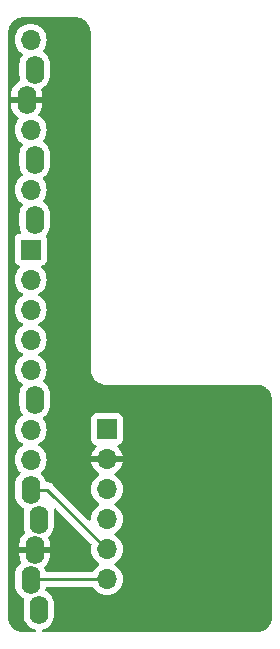
<source format=gbr>
%TF.GenerationSoftware,KiCad,Pcbnew,7.0.9*%
%TF.CreationDate,2024-01-28T12:44:50+11:00*%
%TF.ProjectId,Camera-Wing-SHIM,43616d65-7261-42d5-9769-6e672d534849,rev?*%
%TF.SameCoordinates,Original*%
%TF.FileFunction,Copper,L2,Bot*%
%TF.FilePolarity,Positive*%
%FSLAX46Y46*%
G04 Gerber Fmt 4.6, Leading zero omitted, Abs format (unit mm)*
G04 Created by KiCad (PCBNEW 7.0.9) date 2024-01-28 12:44:50*
%MOMM*%
%LPD*%
G01*
G04 APERTURE LIST*
%TA.AperFunction,ComponentPad*%
%ADD10R,1.700000X1.700000*%
%TD*%
%TA.AperFunction,ComponentPad*%
%ADD11O,1.700000X1.700000*%
%TD*%
%TA.AperFunction,ComponentPad*%
%ADD12O,1.600000X2.400000*%
%TD*%
%TA.AperFunction,Conductor*%
%ADD13C,0.250000*%
%TD*%
G04 APERTURE END LIST*
D10*
%TO.P,J3,1,Pin_1*%
%TO.N,+3V3*%
X87775000Y-112994000D03*
D11*
%TO.P,J3,2,Pin_2*%
%TO.N,GND*%
X87775000Y-115534000D03*
%TO.P,J3,3,Pin_3*%
%TO.N,/CLK*%
X87775000Y-118074000D03*
%TO.P,J3,4,Pin_4*%
%TO.N,/MISO*%
X87775000Y-120614000D03*
%TO.P,J3,5,Pin_5*%
%TO.N,/MOSI*%
X87775000Y-123154000D03*
%TO.P,J3,6,Pin_6*%
%TO.N,/CS*%
X87775000Y-125694000D03*
%TD*%
%TO.P,J1,1,Pin_1*%
%TO.N,unconnected-(J1-Pin_1-Pad1)*%
X81315000Y-80010000D03*
D12*
%TO.P,J1,2,Pin_2*%
%TO.N,unconnected-(J1-Pin_2-Pad2)*%
X81665000Y-82550000D03*
%TO.P,J1,3,Pin_3*%
%TO.N,GND*%
X80965000Y-85090000D03*
D11*
%TO.P,J1,4,Pin_4*%
%TO.N,unconnected-(J1-Pin_4-Pad4)*%
X81315000Y-87630000D03*
D12*
%TO.P,J1,5,Pin_5*%
%TO.N,+3V3*%
X81665000Y-90170000D03*
D11*
%TO.P,J1,6,Pin_6*%
%TO.N,unconnected-(J1-Pin_6-Pad6)*%
X81315000Y-92710000D03*
D12*
%TO.P,J1,7,Pin_7*%
%TO.N,unconnected-(J1-Pin_7-Pad7)*%
X81665000Y-95250000D03*
D10*
%TO.P,J1,8,Pin_8*%
%TO.N,unconnected-(J1-Pin_8-Pad8)*%
X81315000Y-97790000D03*
D11*
%TO.P,J1,9,Pin_9*%
%TO.N,unconnected-(J1-Pin_9-Pad9)*%
X81315000Y-100330000D03*
%TO.P,J1,10,Pin_10*%
%TO.N,unconnected-(J1-Pin_10-Pad10)*%
X81315000Y-102870000D03*
%TO.P,J1,11,Pin_11*%
%TO.N,unconnected-(J1-Pin_11-Pad11)*%
X81315000Y-105410000D03*
%TO.P,J1,12,Pin_12*%
%TO.N,unconnected-(J1-Pin_12-Pad12)*%
X81315000Y-107950000D03*
D12*
%TO.P,J1,13,Pin_13*%
%TO.N,unconnected-(J1-Pin_13-Pad13)*%
X81665000Y-110490000D03*
D11*
%TO.P,J1,14,Pin_14*%
%TO.N,unconnected-(J1-Pin_14-Pad14)*%
X81315000Y-113030000D03*
%TO.P,J1,15,Pin_15*%
%TO.N,unconnected-(J1-Pin_15-Pad15)*%
X81315000Y-115570000D03*
D12*
%TO.P,J1,16,Pin_16*%
%TO.N,/MOSI*%
X81315000Y-118110000D03*
%TO.P,J1,17,Pin_17*%
%TO.N,/CLK*%
X82015000Y-120650000D03*
%TO.P,J1,18,Pin_18*%
%TO.N,GND*%
X81665000Y-123190000D03*
%TO.P,J1,19,Pin_19*%
%TO.N,/CS*%
X81315000Y-125730000D03*
%TO.P,J1,20,Pin_20*%
%TO.N,/MISO*%
X82015000Y-128270000D03*
%TD*%
D13*
%TO.N,/MOSI*%
X81315000Y-118110000D02*
X82731000Y-118110000D01*
X82731000Y-118110000D02*
X87775000Y-123154000D01*
%TO.N,/CS*%
X81351000Y-125694000D02*
X81315000Y-125730000D01*
X87775000Y-125694000D02*
X81351000Y-125694000D01*
%TD*%
%TA.AperFunction,Conductor*%
%TO.N,GND*%
G36*
X85073139Y-78105501D02*
G01*
X85122561Y-78105501D01*
X85127425Y-78105691D01*
X85181976Y-78109985D01*
X85322578Y-78122286D01*
X85340695Y-78125236D01*
X85421019Y-78144521D01*
X85531718Y-78174183D01*
X85539398Y-78176790D01*
X85625972Y-78212650D01*
X85724964Y-78258811D01*
X85731148Y-78262134D01*
X85811769Y-78311539D01*
X85814927Y-78313610D01*
X85901589Y-78374291D01*
X85906296Y-78377935D01*
X85978837Y-78439891D01*
X85982413Y-78443197D01*
X86056801Y-78517585D01*
X86060107Y-78521161D01*
X86122063Y-78593702D01*
X86125707Y-78598409D01*
X86186388Y-78685071D01*
X86188465Y-78688238D01*
X86237862Y-78768847D01*
X86241192Y-78775045D01*
X86287354Y-78874037D01*
X86323205Y-78960592D01*
X86325815Y-78968279D01*
X86355484Y-79079003D01*
X86374759Y-79159291D01*
X86377713Y-79177430D01*
X86390019Y-79318084D01*
X86394308Y-79372576D01*
X86394499Y-79377442D01*
X86394501Y-107949499D01*
X86394501Y-108049994D01*
X86425784Y-108247509D01*
X86487583Y-108437706D01*
X86578371Y-108615887D01*
X86695917Y-108777675D01*
X86837325Y-108919083D01*
X86999113Y-109036629D01*
X87083299Y-109079523D01*
X87177293Y-109127416D01*
X87177295Y-109127416D01*
X87177298Y-109127418D01*
X87367491Y-109189216D01*
X87480180Y-109207063D01*
X87565006Y-109220499D01*
X87664902Y-109220499D01*
X100423139Y-109220499D01*
X100423143Y-109220501D01*
X100472560Y-109220501D01*
X100477426Y-109220692D01*
X100531947Y-109224983D01*
X100540720Y-109225750D01*
X100672574Y-109237285D01*
X100690684Y-109240234D01*
X100771041Y-109259526D01*
X100881711Y-109289180D01*
X100889387Y-109291784D01*
X100975989Y-109327656D01*
X101074953Y-109373805D01*
X101081135Y-109377126D01*
X101161795Y-109426554D01*
X101164909Y-109428595D01*
X101215741Y-109464188D01*
X101251593Y-109489293D01*
X101256295Y-109492934D01*
X101328846Y-109554898D01*
X101332410Y-109558193D01*
X101406806Y-109632589D01*
X101410104Y-109636156D01*
X101432455Y-109662326D01*
X101472062Y-109708700D01*
X101475707Y-109713406D01*
X101536375Y-109800050D01*
X101538452Y-109803217D01*
X101587869Y-109883860D01*
X101591199Y-109890057D01*
X101637350Y-109989027D01*
X101673208Y-110075598D01*
X101675818Y-110083285D01*
X101705485Y-110194003D01*
X101724760Y-110274290D01*
X101727714Y-110292429D01*
X101740013Y-110433003D01*
X101744309Y-110487584D01*
X101744500Y-110492450D01*
X101744500Y-128902556D01*
X101744309Y-128907423D01*
X101740022Y-128961886D01*
X101727713Y-129102574D01*
X101724759Y-129120712D01*
X101705494Y-129200960D01*
X101675815Y-129311721D01*
X101673206Y-129319408D01*
X101637363Y-129405942D01*
X101591191Y-129504957D01*
X101587861Y-129511155D01*
X101538470Y-129591754D01*
X101536393Y-129594921D01*
X101475699Y-129681602D01*
X101472055Y-129686308D01*
X101410130Y-129758813D01*
X101406824Y-129762389D01*
X101332394Y-129836819D01*
X101328818Y-129840125D01*
X101256309Y-129902053D01*
X101251603Y-129905698D01*
X101164918Y-129966395D01*
X101161751Y-129968472D01*
X101081162Y-130017857D01*
X101074964Y-130021187D01*
X100975931Y-130067368D01*
X100889412Y-130103205D01*
X100881724Y-130105814D01*
X100770958Y-130135494D01*
X100690713Y-130154759D01*
X100672573Y-130157713D01*
X100531801Y-130170029D01*
X100477439Y-130174308D01*
X100472572Y-130174499D01*
X82366755Y-130174499D01*
X82299716Y-130154814D01*
X82253961Y-130102010D01*
X82244017Y-130032852D01*
X82273042Y-129969296D01*
X82331820Y-129931522D01*
X82334662Y-129930724D01*
X82441626Y-129902063D01*
X82461496Y-129896739D01*
X82667734Y-129800568D01*
X82854139Y-129670047D01*
X83015047Y-129509139D01*
X83145568Y-129322734D01*
X83241739Y-129116496D01*
X83300635Y-128896692D01*
X83315500Y-128726784D01*
X83315500Y-127813216D01*
X83300635Y-127643308D01*
X83241739Y-127423504D01*
X83145568Y-127217266D01*
X83015047Y-127030861D01*
X83015045Y-127030858D01*
X82854141Y-126869954D01*
X82667735Y-126739433D01*
X82667736Y-126739433D01*
X82667734Y-126739432D01*
X82611221Y-126713079D01*
X82558783Y-126666907D01*
X82539632Y-126599713D01*
X82543852Y-126568608D01*
X82585974Y-126411404D01*
X82622339Y-126351746D01*
X82685186Y-126321217D01*
X82705749Y-126319500D01*
X86499773Y-126319500D01*
X86566812Y-126339185D01*
X86601348Y-126372377D01*
X86736500Y-126565395D01*
X86736505Y-126565401D01*
X86903599Y-126732495D01*
X86975345Y-126782732D01*
X87097165Y-126868032D01*
X87097167Y-126868033D01*
X87097170Y-126868035D01*
X87311337Y-126967903D01*
X87311343Y-126967904D01*
X87311344Y-126967905D01*
X87315957Y-126969141D01*
X87539592Y-127029063D01*
X87727918Y-127045539D01*
X87774999Y-127049659D01*
X87775000Y-127049659D01*
X87775001Y-127049659D01*
X87814234Y-127046226D01*
X88010408Y-127029063D01*
X88238663Y-126967903D01*
X88452830Y-126868035D01*
X88646401Y-126732495D01*
X88813495Y-126565401D01*
X88949035Y-126371830D01*
X89048903Y-126157663D01*
X89110063Y-125929408D01*
X89130659Y-125694000D01*
X89110063Y-125458592D01*
X89048903Y-125230337D01*
X88949035Y-125016171D01*
X88948652Y-125015623D01*
X88813494Y-124822597D01*
X88646402Y-124655506D01*
X88646396Y-124655501D01*
X88460842Y-124525575D01*
X88417217Y-124470998D01*
X88410023Y-124401500D01*
X88441546Y-124339145D01*
X88460842Y-124322425D01*
X88575012Y-124242482D01*
X88646401Y-124192495D01*
X88813495Y-124025401D01*
X88949035Y-123831830D01*
X89048903Y-123617663D01*
X89110063Y-123389408D01*
X89130659Y-123154000D01*
X89110063Y-122918592D01*
X89048903Y-122690337D01*
X88949035Y-122476171D01*
X88923455Y-122439638D01*
X88813494Y-122282597D01*
X88646402Y-122115506D01*
X88646396Y-122115501D01*
X88460842Y-121985575D01*
X88417217Y-121930998D01*
X88410023Y-121861500D01*
X88441546Y-121799145D01*
X88460842Y-121782425D01*
X88483026Y-121766891D01*
X88646401Y-121652495D01*
X88813495Y-121485401D01*
X88949035Y-121291830D01*
X89048903Y-121077663D01*
X89110063Y-120849408D01*
X89130659Y-120614000D01*
X89110063Y-120378592D01*
X89048903Y-120150337D01*
X88949035Y-119936171D01*
X88813495Y-119742599D01*
X88813494Y-119742597D01*
X88646402Y-119575506D01*
X88646396Y-119575501D01*
X88460842Y-119445575D01*
X88417217Y-119390998D01*
X88410023Y-119321500D01*
X88441546Y-119259145D01*
X88460842Y-119242425D01*
X88574655Y-119162732D01*
X88646401Y-119112495D01*
X88813495Y-118945401D01*
X88949035Y-118751830D01*
X89048903Y-118537663D01*
X89110063Y-118309408D01*
X89130659Y-118074000D01*
X89110063Y-117838592D01*
X89055679Y-117635625D01*
X89048905Y-117610344D01*
X89048904Y-117610343D01*
X89048903Y-117610337D01*
X88949035Y-117396171D01*
X88946501Y-117392551D01*
X88813494Y-117202597D01*
X88646402Y-117035506D01*
X88646401Y-117035505D01*
X88460405Y-116905269D01*
X88416781Y-116850692D01*
X88409588Y-116781193D01*
X88441110Y-116718839D01*
X88460405Y-116702119D01*
X88646082Y-116572105D01*
X88813105Y-116405082D01*
X88948600Y-116211578D01*
X89048429Y-115997492D01*
X89048432Y-115997486D01*
X89105636Y-115784000D01*
X88208686Y-115784000D01*
X88234493Y-115743844D01*
X88275000Y-115605889D01*
X88275000Y-115462111D01*
X88234493Y-115324156D01*
X88208686Y-115284000D01*
X89105636Y-115284000D01*
X89105635Y-115283999D01*
X89048432Y-115070513D01*
X89048429Y-115070507D01*
X88948600Y-114856422D01*
X88948599Y-114856420D01*
X88813113Y-114662926D01*
X88813108Y-114662920D01*
X88691053Y-114540865D01*
X88657568Y-114479542D01*
X88662552Y-114409850D01*
X88704424Y-114353917D01*
X88735400Y-114337002D01*
X88867331Y-114287796D01*
X88982546Y-114201546D01*
X89068796Y-114086331D01*
X89119091Y-113951483D01*
X89125500Y-113891873D01*
X89125499Y-112096128D01*
X89119091Y-112036517D01*
X89113142Y-112020568D01*
X89068797Y-111901671D01*
X89068793Y-111901664D01*
X88982547Y-111786455D01*
X88982544Y-111786452D01*
X88867335Y-111700206D01*
X88867328Y-111700202D01*
X88732482Y-111649908D01*
X88732483Y-111649908D01*
X88672883Y-111643501D01*
X88672881Y-111643500D01*
X88672873Y-111643500D01*
X88672864Y-111643500D01*
X86877129Y-111643500D01*
X86877123Y-111643501D01*
X86817516Y-111649908D01*
X86682671Y-111700202D01*
X86682664Y-111700206D01*
X86567455Y-111786452D01*
X86567452Y-111786455D01*
X86481206Y-111901664D01*
X86481202Y-111901671D01*
X86430908Y-112036517D01*
X86424501Y-112096116D01*
X86424501Y-112096123D01*
X86424500Y-112096135D01*
X86424500Y-113891870D01*
X86424501Y-113891876D01*
X86430908Y-113951483D01*
X86481202Y-114086328D01*
X86481206Y-114086335D01*
X86567452Y-114201544D01*
X86567455Y-114201547D01*
X86682664Y-114287793D01*
X86682671Y-114287797D01*
X86744902Y-114311007D01*
X86814598Y-114337002D01*
X86870531Y-114378873D01*
X86894949Y-114444337D01*
X86880098Y-114512610D01*
X86858947Y-114540865D01*
X86736886Y-114662926D01*
X86601400Y-114856420D01*
X86601399Y-114856422D01*
X86501570Y-115070507D01*
X86501567Y-115070513D01*
X86444364Y-115283999D01*
X86444364Y-115284000D01*
X87341314Y-115284000D01*
X87315507Y-115324156D01*
X87275000Y-115462111D01*
X87275000Y-115605889D01*
X87315507Y-115743844D01*
X87341314Y-115784000D01*
X86444364Y-115784000D01*
X86501567Y-115997486D01*
X86501570Y-115997492D01*
X86601399Y-116211578D01*
X86736894Y-116405082D01*
X86903917Y-116572105D01*
X87089595Y-116702119D01*
X87133219Y-116756696D01*
X87140412Y-116826195D01*
X87108890Y-116888549D01*
X87089595Y-116905269D01*
X86903594Y-117035508D01*
X86736505Y-117202597D01*
X86600965Y-117396169D01*
X86600964Y-117396171D01*
X86501098Y-117610335D01*
X86501094Y-117610344D01*
X86439938Y-117838586D01*
X86439936Y-117838596D01*
X86419341Y-118073999D01*
X86419341Y-118074000D01*
X86439936Y-118309403D01*
X86439938Y-118309413D01*
X86501094Y-118537655D01*
X86501096Y-118537659D01*
X86501097Y-118537663D01*
X86593904Y-118736687D01*
X86600965Y-118751830D01*
X86600967Y-118751834D01*
X86736501Y-118945395D01*
X86736506Y-118945402D01*
X86903597Y-119112493D01*
X86903603Y-119112498D01*
X87089158Y-119242425D01*
X87132783Y-119297002D01*
X87139977Y-119366500D01*
X87108454Y-119428855D01*
X87089158Y-119445575D01*
X86903597Y-119575505D01*
X86736505Y-119742597D01*
X86600965Y-119936169D01*
X86600964Y-119936171D01*
X86501098Y-120150335D01*
X86501094Y-120150344D01*
X86439938Y-120378586D01*
X86439936Y-120378596D01*
X86419341Y-120613999D01*
X86419341Y-120614388D01*
X86419292Y-120614553D01*
X86418869Y-120619394D01*
X86417896Y-120619308D01*
X86399656Y-120681427D01*
X86346852Y-120727182D01*
X86277694Y-120737126D01*
X86214138Y-120708101D01*
X86207660Y-120702069D01*
X83231803Y-117726212D01*
X83221980Y-117713950D01*
X83221759Y-117714134D01*
X83216786Y-117708123D01*
X83166364Y-117660773D01*
X83155919Y-117650328D01*
X83145475Y-117639883D01*
X83139986Y-117635625D01*
X83135561Y-117631847D01*
X83101582Y-117599938D01*
X83101580Y-117599936D01*
X83101577Y-117599935D01*
X83084029Y-117590288D01*
X83067763Y-117579604D01*
X83051933Y-117567325D01*
X83009168Y-117548818D01*
X83003922Y-117546248D01*
X82963093Y-117523803D01*
X82963092Y-117523802D01*
X82943693Y-117518822D01*
X82925281Y-117512518D01*
X82906898Y-117504562D01*
X82906892Y-117504560D01*
X82860874Y-117497272D01*
X82855152Y-117496087D01*
X82810021Y-117484500D01*
X82810019Y-117484500D01*
X82789984Y-117484500D01*
X82770586Y-117482973D01*
X82763162Y-117481797D01*
X82750805Y-117479840D01*
X82750802Y-117479839D01*
X82707759Y-117483908D01*
X82639165Y-117470618D01*
X82588645Y-117422354D01*
X82576317Y-117392551D01*
X82541741Y-117263511D01*
X82541738Y-117263502D01*
X82445568Y-117057267D01*
X82445567Y-117057265D01*
X82430331Y-117035506D01*
X82315047Y-116870861D01*
X82315045Y-116870858D01*
X82207222Y-116763035D01*
X82173737Y-116701712D01*
X82178721Y-116632020D01*
X82207218Y-116587677D01*
X82353495Y-116441401D01*
X82489035Y-116247830D01*
X82588903Y-116033663D01*
X82650063Y-115805408D01*
X82670659Y-115570000D01*
X82650063Y-115334592D01*
X82603626Y-115161285D01*
X82588905Y-115106344D01*
X82588904Y-115106343D01*
X82588903Y-115106337D01*
X82489035Y-114892171D01*
X82464004Y-114856422D01*
X82353494Y-114698597D01*
X82186402Y-114531506D01*
X82186396Y-114531501D01*
X82000842Y-114401575D01*
X81957217Y-114346998D01*
X81950023Y-114277500D01*
X81981546Y-114215145D01*
X82000842Y-114198425D01*
X82023026Y-114182891D01*
X82186401Y-114068495D01*
X82353495Y-113901401D01*
X82489035Y-113707830D01*
X82588903Y-113493663D01*
X82650063Y-113265408D01*
X82670659Y-113030000D01*
X82650063Y-112794592D01*
X82588903Y-112566337D01*
X82489035Y-112352171D01*
X82353495Y-112158599D01*
X82350390Y-112154164D01*
X82351569Y-112153337D01*
X82326273Y-112095526D01*
X82337316Y-112026535D01*
X82378150Y-111978264D01*
X82504139Y-111890047D01*
X82665047Y-111729139D01*
X82795568Y-111542734D01*
X82891739Y-111336496D01*
X82950635Y-111116692D01*
X82965500Y-110946784D01*
X82965500Y-110033216D01*
X82950635Y-109863308D01*
X82891739Y-109643504D01*
X82795568Y-109437266D01*
X82665047Y-109250861D01*
X82665045Y-109250858D01*
X82504141Y-109089954D01*
X82378152Y-109001737D01*
X82334527Y-108947161D01*
X82327333Y-108877662D01*
X82351419Y-108826556D01*
X82350389Y-108825835D01*
X82353490Y-108821405D01*
X82353495Y-108821401D01*
X82489035Y-108627830D01*
X82588903Y-108413663D01*
X82650063Y-108185408D01*
X82670659Y-107950000D01*
X82650063Y-107714592D01*
X82588903Y-107486337D01*
X82489035Y-107272171D01*
X82353495Y-107078599D01*
X82353494Y-107078597D01*
X82186402Y-106911506D01*
X82186396Y-106911501D01*
X82000842Y-106781575D01*
X81957217Y-106726998D01*
X81950023Y-106657500D01*
X81981546Y-106595145D01*
X82000842Y-106578425D01*
X82023026Y-106562891D01*
X82186401Y-106448495D01*
X82353495Y-106281401D01*
X82489035Y-106087830D01*
X82588903Y-105873663D01*
X82650063Y-105645408D01*
X82670659Y-105410000D01*
X82650063Y-105174592D01*
X82588903Y-104946337D01*
X82489035Y-104732171D01*
X82353495Y-104538599D01*
X82353494Y-104538597D01*
X82186402Y-104371506D01*
X82186396Y-104371501D01*
X82000842Y-104241575D01*
X81957217Y-104186998D01*
X81950023Y-104117500D01*
X81981546Y-104055145D01*
X82000842Y-104038425D01*
X82023026Y-104022891D01*
X82186401Y-103908495D01*
X82353495Y-103741401D01*
X82489035Y-103547830D01*
X82588903Y-103333663D01*
X82650063Y-103105408D01*
X82670659Y-102870000D01*
X82650063Y-102634592D01*
X82588903Y-102406337D01*
X82489035Y-102192171D01*
X82353495Y-101998599D01*
X82353494Y-101998597D01*
X82186402Y-101831506D01*
X82186396Y-101831501D01*
X82000842Y-101701575D01*
X81957217Y-101646998D01*
X81950023Y-101577500D01*
X81981546Y-101515145D01*
X82000842Y-101498425D01*
X82023026Y-101482891D01*
X82186401Y-101368495D01*
X82353495Y-101201401D01*
X82489035Y-101007830D01*
X82588903Y-100793663D01*
X82650063Y-100565408D01*
X82670659Y-100330000D01*
X82650063Y-100094592D01*
X82588903Y-99866337D01*
X82489035Y-99652171D01*
X82353495Y-99458599D01*
X82231567Y-99336671D01*
X82198084Y-99275351D01*
X82203068Y-99205659D01*
X82244939Y-99149725D01*
X82275915Y-99132810D01*
X82407331Y-99083796D01*
X82522546Y-98997546D01*
X82608796Y-98882331D01*
X82659091Y-98747483D01*
X82665500Y-98687873D01*
X82665499Y-96892128D01*
X82659091Y-96832517D01*
X82608796Y-96697669D01*
X82608794Y-96697666D01*
X82607991Y-96696593D01*
X82607522Y-96695337D01*
X82604546Y-96689886D01*
X82605330Y-96689457D01*
X82583577Y-96631127D01*
X82598431Y-96562855D01*
X82619579Y-96534606D01*
X82665047Y-96489139D01*
X82795568Y-96302734D01*
X82891739Y-96096496D01*
X82950635Y-95876692D01*
X82965500Y-95706784D01*
X82965500Y-94793216D01*
X82950635Y-94623308D01*
X82891739Y-94403504D01*
X82795568Y-94197266D01*
X82665047Y-94010861D01*
X82665045Y-94010858D01*
X82504141Y-93849954D01*
X82378152Y-93761737D01*
X82334527Y-93707161D01*
X82327333Y-93637662D01*
X82351419Y-93586556D01*
X82350389Y-93585835D01*
X82353490Y-93581405D01*
X82353495Y-93581401D01*
X82489035Y-93387830D01*
X82588903Y-93173663D01*
X82650063Y-92945408D01*
X82670659Y-92710000D01*
X82650063Y-92474592D01*
X82588903Y-92246337D01*
X82489035Y-92032171D01*
X82353495Y-91838599D01*
X82350390Y-91834164D01*
X82351569Y-91833337D01*
X82326273Y-91775526D01*
X82337316Y-91706535D01*
X82378150Y-91658264D01*
X82504139Y-91570047D01*
X82665047Y-91409139D01*
X82795568Y-91222734D01*
X82891739Y-91016496D01*
X82950635Y-90796692D01*
X82965500Y-90626784D01*
X82965500Y-89713216D01*
X82950635Y-89543308D01*
X82891739Y-89323504D01*
X82795568Y-89117266D01*
X82665047Y-88930861D01*
X82665045Y-88930858D01*
X82504141Y-88769954D01*
X82378152Y-88681737D01*
X82334527Y-88627161D01*
X82327333Y-88557662D01*
X82351419Y-88506556D01*
X82350389Y-88505835D01*
X82353490Y-88501405D01*
X82353495Y-88501401D01*
X82489035Y-88307830D01*
X82588903Y-88093663D01*
X82650063Y-87865408D01*
X82670659Y-87630000D01*
X82650063Y-87394592D01*
X82588903Y-87166337D01*
X82489035Y-86952171D01*
X82353495Y-86758599D01*
X82353494Y-86758597D01*
X82186402Y-86591506D01*
X82186396Y-86591501D01*
X82015763Y-86472023D01*
X81972138Y-86417446D01*
X81964944Y-86347948D01*
X81985312Y-86299324D01*
X82095129Y-86142489D01*
X82095133Y-86142483D01*
X82191265Y-85936326D01*
X82191269Y-85936317D01*
X82250139Y-85716610D01*
X82250141Y-85716599D01*
X82265000Y-85546763D01*
X82265000Y-85340000D01*
X81515000Y-85340000D01*
X81515000Y-84840000D01*
X82265000Y-84840000D01*
X82265000Y-84633237D01*
X82250141Y-84463400D01*
X82250139Y-84463389D01*
X82193393Y-84251608D01*
X82195056Y-84181759D01*
X82234219Y-84123896D01*
X82260753Y-84107138D01*
X82317734Y-84080568D01*
X82504139Y-83950047D01*
X82665047Y-83789139D01*
X82795568Y-83602734D01*
X82891739Y-83396496D01*
X82950635Y-83176692D01*
X82965500Y-83006784D01*
X82965500Y-82093216D01*
X82950635Y-81923308D01*
X82891739Y-81703504D01*
X82795568Y-81497266D01*
X82665047Y-81310861D01*
X82665045Y-81310858D01*
X82504141Y-81149954D01*
X82378152Y-81061737D01*
X82334527Y-81007161D01*
X82327333Y-80937662D01*
X82351419Y-80886556D01*
X82350389Y-80885835D01*
X82353490Y-80881405D01*
X82353495Y-80881401D01*
X82489035Y-80687830D01*
X82588903Y-80473663D01*
X82650063Y-80245408D01*
X82670659Y-80010000D01*
X82650063Y-79774592D01*
X82588903Y-79546337D01*
X82489035Y-79332171D01*
X82479251Y-79318197D01*
X82353494Y-79138597D01*
X82186402Y-78971506D01*
X82186395Y-78971501D01*
X82170815Y-78960592D01*
X82147521Y-78944281D01*
X81992834Y-78835967D01*
X81992830Y-78835965D01*
X81912827Y-78798659D01*
X81778663Y-78736097D01*
X81778659Y-78736096D01*
X81778655Y-78736094D01*
X81550413Y-78674938D01*
X81550403Y-78674936D01*
X81315001Y-78654341D01*
X81314999Y-78654341D01*
X81079596Y-78674936D01*
X81079586Y-78674938D01*
X80851344Y-78736094D01*
X80851335Y-78736098D01*
X80637171Y-78835964D01*
X80637169Y-78835965D01*
X80443597Y-78971505D01*
X80276505Y-79138597D01*
X80140965Y-79332169D01*
X80140964Y-79332171D01*
X80041098Y-79546335D01*
X80041094Y-79546344D01*
X79979938Y-79774586D01*
X79979936Y-79774596D01*
X79959341Y-80009999D01*
X79959341Y-80010000D01*
X79979936Y-80245403D01*
X79979938Y-80245413D01*
X80041094Y-80473655D01*
X80041096Y-80473659D01*
X80041097Y-80473663D01*
X80140965Y-80687829D01*
X80140965Y-80687830D01*
X80140967Y-80687834D01*
X80276501Y-80881395D01*
X80276506Y-80881402D01*
X80443597Y-81048493D01*
X80443603Y-81048498D01*
X80506487Y-81092530D01*
X80588497Y-81149954D01*
X80613826Y-81167689D01*
X80657451Y-81222266D01*
X80664645Y-81291764D01*
X80644279Y-81340386D01*
X80534432Y-81497266D01*
X80534432Y-81497267D01*
X80534430Y-81497270D01*
X80438261Y-81703502D01*
X80438258Y-81703511D01*
X80379366Y-81923302D01*
X80379364Y-81923312D01*
X80364500Y-82093216D01*
X80364500Y-83006784D01*
X80379364Y-83176687D01*
X80379366Y-83176697D01*
X80436277Y-83389095D01*
X80434614Y-83458945D01*
X80395451Y-83516807D01*
X80368908Y-83533570D01*
X80312517Y-83559865D01*
X80126179Y-83690342D01*
X79965342Y-83851179D01*
X79834865Y-84037517D01*
X79738734Y-84243673D01*
X79738730Y-84243682D01*
X79679860Y-84463389D01*
X79679858Y-84463400D01*
X79665000Y-84633237D01*
X79665000Y-84840000D01*
X80415000Y-84840000D01*
X80415000Y-85340000D01*
X79665000Y-85340000D01*
X79665000Y-85546763D01*
X79679858Y-85716599D01*
X79679860Y-85716610D01*
X79738730Y-85936317D01*
X79738734Y-85936326D01*
X79834865Y-86142482D01*
X79965342Y-86328820D01*
X80126179Y-86489657D01*
X80252169Y-86577877D01*
X80295794Y-86632454D01*
X80302986Y-86701953D01*
X80278696Y-86753524D01*
X80279610Y-86754164D01*
X80140965Y-86952169D01*
X80140964Y-86952171D01*
X80041098Y-87166335D01*
X80041094Y-87166344D01*
X79979938Y-87394586D01*
X79979936Y-87394596D01*
X79959341Y-87629999D01*
X79959341Y-87630000D01*
X79979936Y-87865403D01*
X79979938Y-87865413D01*
X80041094Y-88093655D01*
X80041096Y-88093659D01*
X80041097Y-88093663D01*
X80140965Y-88307829D01*
X80140965Y-88307830D01*
X80140967Y-88307834D01*
X80276501Y-88501395D01*
X80276506Y-88501402D01*
X80443597Y-88668493D01*
X80443603Y-88668498D01*
X80506487Y-88712530D01*
X80588497Y-88769954D01*
X80613826Y-88787689D01*
X80657451Y-88842266D01*
X80664645Y-88911764D01*
X80644279Y-88960386D01*
X80534432Y-89117266D01*
X80534432Y-89117267D01*
X80534430Y-89117270D01*
X80438261Y-89323502D01*
X80438258Y-89323511D01*
X80379366Y-89543302D01*
X80379364Y-89543312D01*
X80364500Y-89713216D01*
X80364500Y-90626784D01*
X80379364Y-90796687D01*
X80379366Y-90796697D01*
X80438258Y-91016488D01*
X80438261Y-91016497D01*
X80534431Y-91222732D01*
X80534432Y-91222734D01*
X80644278Y-91379612D01*
X80666605Y-91445818D01*
X80649594Y-91513586D01*
X80613827Y-91552310D01*
X80443594Y-91671508D01*
X80276505Y-91838597D01*
X80140965Y-92032169D01*
X80140964Y-92032171D01*
X80041098Y-92246335D01*
X80041094Y-92246344D01*
X79979938Y-92474586D01*
X79979936Y-92474596D01*
X79959341Y-92709999D01*
X79959341Y-92710000D01*
X79979936Y-92945403D01*
X79979938Y-92945413D01*
X80041094Y-93173655D01*
X80041096Y-93173659D01*
X80041097Y-93173663D01*
X80140965Y-93387829D01*
X80140965Y-93387830D01*
X80140967Y-93387834D01*
X80276501Y-93581395D01*
X80276506Y-93581402D01*
X80443597Y-93748493D01*
X80443603Y-93748498D01*
X80506487Y-93792530D01*
X80588497Y-93849954D01*
X80613826Y-93867689D01*
X80657451Y-93922266D01*
X80664645Y-93991764D01*
X80644279Y-94040386D01*
X80534432Y-94197266D01*
X80534432Y-94197267D01*
X80534430Y-94197270D01*
X80438261Y-94403502D01*
X80438258Y-94403511D01*
X80379366Y-94623302D01*
X80379364Y-94623312D01*
X80364500Y-94793216D01*
X80364500Y-95706784D01*
X80379364Y-95876687D01*
X80379366Y-95876697D01*
X80438258Y-96096488D01*
X80438260Y-96096492D01*
X80438261Y-96096496D01*
X80508926Y-96248037D01*
X80516278Y-96263803D01*
X80526770Y-96332881D01*
X80498250Y-96396665D01*
X80439774Y-96434904D01*
X80417150Y-96439498D01*
X80357516Y-96445908D01*
X80222671Y-96496202D01*
X80222664Y-96496206D01*
X80107455Y-96582452D01*
X80107452Y-96582455D01*
X80021206Y-96697664D01*
X80021202Y-96697671D01*
X79970908Y-96832517D01*
X79964501Y-96892116D01*
X79964501Y-96892123D01*
X79964500Y-96892135D01*
X79964500Y-98687870D01*
X79964501Y-98687876D01*
X79970908Y-98747483D01*
X80021202Y-98882328D01*
X80021206Y-98882335D01*
X80107452Y-98997544D01*
X80107455Y-98997547D01*
X80222664Y-99083793D01*
X80222671Y-99083797D01*
X80354081Y-99132810D01*
X80410015Y-99174681D01*
X80434432Y-99240145D01*
X80419580Y-99308418D01*
X80398430Y-99336673D01*
X80276503Y-99458600D01*
X80140965Y-99652169D01*
X80140964Y-99652171D01*
X80041098Y-99866335D01*
X80041094Y-99866344D01*
X79979938Y-100094586D01*
X79979936Y-100094596D01*
X79959341Y-100329999D01*
X79959341Y-100330000D01*
X79979936Y-100565403D01*
X79979938Y-100565413D01*
X80041094Y-100793655D01*
X80041096Y-100793659D01*
X80041097Y-100793663D01*
X80140965Y-101007830D01*
X80140967Y-101007834D01*
X80276501Y-101201395D01*
X80276506Y-101201402D01*
X80443597Y-101368493D01*
X80443603Y-101368498D01*
X80629158Y-101498425D01*
X80672783Y-101553002D01*
X80679977Y-101622500D01*
X80648454Y-101684855D01*
X80629158Y-101701575D01*
X80443597Y-101831505D01*
X80276505Y-101998597D01*
X80140965Y-102192169D01*
X80140964Y-102192171D01*
X80041098Y-102406335D01*
X80041094Y-102406344D01*
X79979938Y-102634586D01*
X79979936Y-102634596D01*
X79959341Y-102869999D01*
X79959341Y-102870000D01*
X79979936Y-103105403D01*
X79979938Y-103105413D01*
X80041094Y-103333655D01*
X80041096Y-103333659D01*
X80041097Y-103333663D01*
X80140965Y-103547830D01*
X80140967Y-103547834D01*
X80276501Y-103741395D01*
X80276506Y-103741402D01*
X80443597Y-103908493D01*
X80443603Y-103908498D01*
X80629158Y-104038425D01*
X80672783Y-104093002D01*
X80679977Y-104162500D01*
X80648454Y-104224855D01*
X80629158Y-104241575D01*
X80443597Y-104371505D01*
X80276505Y-104538597D01*
X80140965Y-104732169D01*
X80140964Y-104732171D01*
X80041098Y-104946335D01*
X80041094Y-104946344D01*
X79979938Y-105174586D01*
X79979936Y-105174596D01*
X79959341Y-105409999D01*
X79959341Y-105410000D01*
X79979936Y-105645403D01*
X79979938Y-105645413D01*
X80041094Y-105873655D01*
X80041096Y-105873659D01*
X80041097Y-105873663D01*
X80140965Y-106087830D01*
X80140967Y-106087834D01*
X80276501Y-106281395D01*
X80276506Y-106281402D01*
X80443597Y-106448493D01*
X80443603Y-106448498D01*
X80629158Y-106578425D01*
X80672783Y-106633002D01*
X80679977Y-106702500D01*
X80648454Y-106764855D01*
X80629158Y-106781575D01*
X80443597Y-106911505D01*
X80276505Y-107078597D01*
X80140965Y-107272169D01*
X80140964Y-107272171D01*
X80041098Y-107486335D01*
X80041094Y-107486344D01*
X79979938Y-107714586D01*
X79979936Y-107714596D01*
X79959341Y-107949999D01*
X79959341Y-107950000D01*
X79979936Y-108185403D01*
X79979938Y-108185413D01*
X80041094Y-108413655D01*
X80041096Y-108413659D01*
X80041097Y-108413663D01*
X80135396Y-108615887D01*
X80140965Y-108627830D01*
X80140967Y-108627834D01*
X80276501Y-108821395D01*
X80276506Y-108821402D01*
X80443597Y-108988493D01*
X80443603Y-108988498D01*
X80506487Y-109032530D01*
X80588497Y-109089954D01*
X80613826Y-109107689D01*
X80657451Y-109162266D01*
X80664645Y-109231764D01*
X80644279Y-109280386D01*
X80534432Y-109437266D01*
X80534432Y-109437267D01*
X80534430Y-109437270D01*
X80438261Y-109643502D01*
X80438258Y-109643511D01*
X80379366Y-109863302D01*
X80379364Y-109863312D01*
X80364500Y-110033216D01*
X80364500Y-110946784D01*
X80379364Y-111116687D01*
X80379366Y-111116697D01*
X80438258Y-111336488D01*
X80438261Y-111336497D01*
X80534431Y-111542732D01*
X80534432Y-111542734D01*
X80644278Y-111699612D01*
X80666605Y-111765818D01*
X80649594Y-111833586D01*
X80613827Y-111872310D01*
X80443594Y-111991508D01*
X80276505Y-112158597D01*
X80140965Y-112352169D01*
X80140964Y-112352171D01*
X80041098Y-112566335D01*
X80041094Y-112566344D01*
X79979938Y-112794586D01*
X79979936Y-112794596D01*
X79959341Y-113029999D01*
X79959341Y-113030000D01*
X79979936Y-113265403D01*
X79979938Y-113265413D01*
X80041094Y-113493655D01*
X80041096Y-113493659D01*
X80041097Y-113493663D01*
X80140965Y-113707830D01*
X80140967Y-113707834D01*
X80249281Y-113862521D01*
X80269840Y-113891883D01*
X80276501Y-113901395D01*
X80276506Y-113901402D01*
X80443597Y-114068493D01*
X80443603Y-114068498D01*
X80629158Y-114198425D01*
X80672783Y-114253002D01*
X80679977Y-114322500D01*
X80648454Y-114384855D01*
X80629158Y-114401575D01*
X80443597Y-114531505D01*
X80276505Y-114698597D01*
X80140965Y-114892169D01*
X80140964Y-114892171D01*
X80041098Y-115106335D01*
X80041094Y-115106344D01*
X79979938Y-115334586D01*
X79979936Y-115334596D01*
X79959341Y-115569999D01*
X79959341Y-115570000D01*
X79979936Y-115805403D01*
X79979938Y-115805413D01*
X80041094Y-116033655D01*
X80041096Y-116033659D01*
X80041097Y-116033663D01*
X80124060Y-116211578D01*
X80140965Y-116247830D01*
X80140967Y-116247834D01*
X80249281Y-116402521D01*
X80276501Y-116441396D01*
X80276506Y-116441402D01*
X80422777Y-116587673D01*
X80456262Y-116648996D01*
X80451278Y-116718688D01*
X80422778Y-116763035D01*
X80314951Y-116870862D01*
X80184432Y-117057265D01*
X80184431Y-117057267D01*
X80088261Y-117263502D01*
X80088258Y-117263511D01*
X80029366Y-117483302D01*
X80029364Y-117483312D01*
X80014500Y-117653216D01*
X80014500Y-118566784D01*
X80029364Y-118736687D01*
X80029366Y-118736697D01*
X80088258Y-118956488D01*
X80088261Y-118956497D01*
X80184431Y-119162732D01*
X80184432Y-119162734D01*
X80314954Y-119349141D01*
X80475858Y-119510045D01*
X80475861Y-119510047D01*
X80662266Y-119640568D01*
X80718776Y-119666919D01*
X80771215Y-119713092D01*
X80790367Y-119780285D01*
X80786146Y-119811394D01*
X80729366Y-120023302D01*
X80729364Y-120023312D01*
X80714500Y-120193216D01*
X80714500Y-121106784D01*
X80729364Y-121276687D01*
X80729366Y-121276697D01*
X80788258Y-121496488D01*
X80788260Y-121496492D01*
X80788261Y-121496496D01*
X80828361Y-121582490D01*
X80857200Y-121644336D01*
X80867692Y-121713414D01*
X80839172Y-121777198D01*
X80829900Y-121786398D01*
X80830012Y-121786510D01*
X80665342Y-121951179D01*
X80534865Y-122137517D01*
X80438734Y-122343673D01*
X80438730Y-122343682D01*
X80379860Y-122563389D01*
X80379858Y-122563400D01*
X80365000Y-122733237D01*
X80365000Y-122940000D01*
X81115000Y-122940000D01*
X81115000Y-123440000D01*
X80365000Y-123440000D01*
X80365000Y-123646763D01*
X80379858Y-123816599D01*
X80379860Y-123816610D01*
X80438730Y-124036317D01*
X80438734Y-124036326D01*
X80507377Y-124183532D01*
X80517869Y-124252610D01*
X80489349Y-124316394D01*
X80479615Y-124326052D01*
X80479689Y-124326126D01*
X80475864Y-124329950D01*
X80475861Y-124329953D01*
X80428812Y-124377002D01*
X80314951Y-124490862D01*
X80184432Y-124677265D01*
X80184431Y-124677267D01*
X80088261Y-124883502D01*
X80088258Y-124883511D01*
X80029366Y-125103302D01*
X80029364Y-125103312D01*
X80014500Y-125273216D01*
X80014500Y-126186784D01*
X80029364Y-126356687D01*
X80029366Y-126356697D01*
X80088258Y-126576488D01*
X80088261Y-126576497D01*
X80184431Y-126782732D01*
X80184432Y-126782734D01*
X80314954Y-126969141D01*
X80475858Y-127130045D01*
X80475861Y-127130047D01*
X80662266Y-127260568D01*
X80718776Y-127286919D01*
X80771215Y-127333092D01*
X80790367Y-127400285D01*
X80786146Y-127431394D01*
X80729366Y-127643302D01*
X80729364Y-127643312D01*
X80714500Y-127813216D01*
X80714500Y-128726784D01*
X80729364Y-128896687D01*
X80729366Y-128896697D01*
X80788258Y-129116488D01*
X80788261Y-129116497D01*
X80884431Y-129322732D01*
X80884432Y-129322734D01*
X81014954Y-129509141D01*
X81175858Y-129670045D01*
X81175861Y-129670047D01*
X81362266Y-129800568D01*
X81568504Y-129896739D01*
X81568509Y-129896740D01*
X81568511Y-129896741D01*
X81695338Y-129930724D01*
X81754999Y-129967089D01*
X81785528Y-130029936D01*
X81777233Y-130099311D01*
X81732748Y-130153189D01*
X81666196Y-130174464D01*
X81663245Y-130174499D01*
X80682442Y-130174499D01*
X80677576Y-130174308D01*
X80623084Y-130170019D01*
X80482430Y-130157713D01*
X80464291Y-130154759D01*
X80384003Y-130135484D01*
X80273279Y-130105815D01*
X80265592Y-130103205D01*
X80179037Y-130067354D01*
X80080045Y-130021192D01*
X80073847Y-130017862D01*
X79993238Y-129968465D01*
X79990071Y-129966388D01*
X79903409Y-129905707D01*
X79898702Y-129902063D01*
X79826161Y-129840107D01*
X79822585Y-129836801D01*
X79748197Y-129762413D01*
X79744891Y-129758837D01*
X79722546Y-129732675D01*
X79682935Y-129686296D01*
X79679291Y-129681589D01*
X79618610Y-129594927D01*
X79616533Y-129591760D01*
X79616529Y-129591754D01*
X79567134Y-129511148D01*
X79563811Y-129504964D01*
X79517650Y-129405972D01*
X79481790Y-129319398D01*
X79479183Y-129311718D01*
X79449515Y-129200996D01*
X79430236Y-129120695D01*
X79427286Y-129102574D01*
X79414987Y-128962000D01*
X79410689Y-128907399D01*
X79410500Y-128902585D01*
X79410500Y-79377435D01*
X79410691Y-79372571D01*
X79414984Y-79318023D01*
X79427286Y-79177416D01*
X79430234Y-79159307D01*
X79449517Y-79078988D01*
X79479183Y-78968279D01*
X79481790Y-78960598D01*
X79517649Y-78874026D01*
X79563813Y-78775028D01*
X79567127Y-78768860D01*
X79616562Y-78688190D01*
X79618587Y-78685102D01*
X79679316Y-78598372D01*
X79682908Y-78593733D01*
X79744914Y-78521133D01*
X79748149Y-78517634D01*
X79822634Y-78443149D01*
X79826133Y-78439914D01*
X79898733Y-78377908D01*
X79903372Y-78374316D01*
X79990102Y-78313587D01*
X79993190Y-78311562D01*
X80073860Y-78262127D01*
X80080028Y-78258813D01*
X80179026Y-78212649D01*
X80265599Y-78176789D01*
X80273285Y-78174181D01*
X80275617Y-78173556D01*
X80383984Y-78144518D01*
X80464307Y-78125234D01*
X80482416Y-78122286D01*
X80623023Y-78109984D01*
X80677572Y-78105690D01*
X80682437Y-78105500D01*
X85073136Y-78105500D01*
X85073139Y-78105501D01*
G37*
%TD.AperFunction*%
%TA.AperFunction,Conductor*%
G36*
X83426330Y-119699565D02*
G01*
X83459829Y-119723419D01*
X85013096Y-121276687D01*
X86434761Y-122698352D01*
X86468246Y-122759675D01*
X86466855Y-122818124D01*
X86439937Y-122918589D01*
X86439937Y-122918590D01*
X86419341Y-123153999D01*
X86419341Y-123154000D01*
X86439936Y-123389403D01*
X86439938Y-123389413D01*
X86501094Y-123617655D01*
X86501096Y-123617659D01*
X86501097Y-123617663D01*
X86505741Y-123627622D01*
X86600965Y-123831830D01*
X86600967Y-123831834D01*
X86736501Y-124025395D01*
X86736506Y-124025402D01*
X86903597Y-124192493D01*
X86903603Y-124192498D01*
X87089158Y-124322425D01*
X87132783Y-124377002D01*
X87139977Y-124446500D01*
X87108454Y-124508855D01*
X87089158Y-124525575D01*
X86903597Y-124655505D01*
X86736505Y-124822597D01*
X86601348Y-125015623D01*
X86546771Y-125059248D01*
X86499773Y-125068500D01*
X82686457Y-125068500D01*
X82619418Y-125048815D01*
X82573663Y-124996011D01*
X82566682Y-124976593D01*
X82541741Y-124883511D01*
X82541740Y-124883510D01*
X82541739Y-124883504D01*
X82472798Y-124735662D01*
X82462307Y-124666586D01*
X82490827Y-124602801D01*
X82500100Y-124593604D01*
X82499987Y-124593491D01*
X82664660Y-124428816D01*
X82795134Y-124242482D01*
X82891265Y-124036326D01*
X82891269Y-124036317D01*
X82950139Y-123816610D01*
X82950141Y-123816599D01*
X82965000Y-123646763D01*
X82965000Y-123440000D01*
X82215000Y-123440000D01*
X82215000Y-122940000D01*
X82965000Y-122940000D01*
X82965000Y-122733237D01*
X82950141Y-122563400D01*
X82950139Y-122563389D01*
X82891269Y-122343682D01*
X82891264Y-122343668D01*
X82822623Y-122196466D01*
X82812131Y-122127389D01*
X82840651Y-122063605D01*
X82850385Y-122053950D01*
X82850311Y-122053876D01*
X83015045Y-121889141D01*
X83015047Y-121889139D01*
X83145568Y-121702734D01*
X83241739Y-121496496D01*
X83300635Y-121276692D01*
X83315500Y-121106784D01*
X83315500Y-120193216D01*
X83300635Y-120023308D01*
X83252374Y-119843194D01*
X83254037Y-119773344D01*
X83293200Y-119715482D01*
X83357428Y-119687978D01*
X83426330Y-119699565D01*
G37*
%TD.AperFunction*%
%TD*%
M02*

</source>
